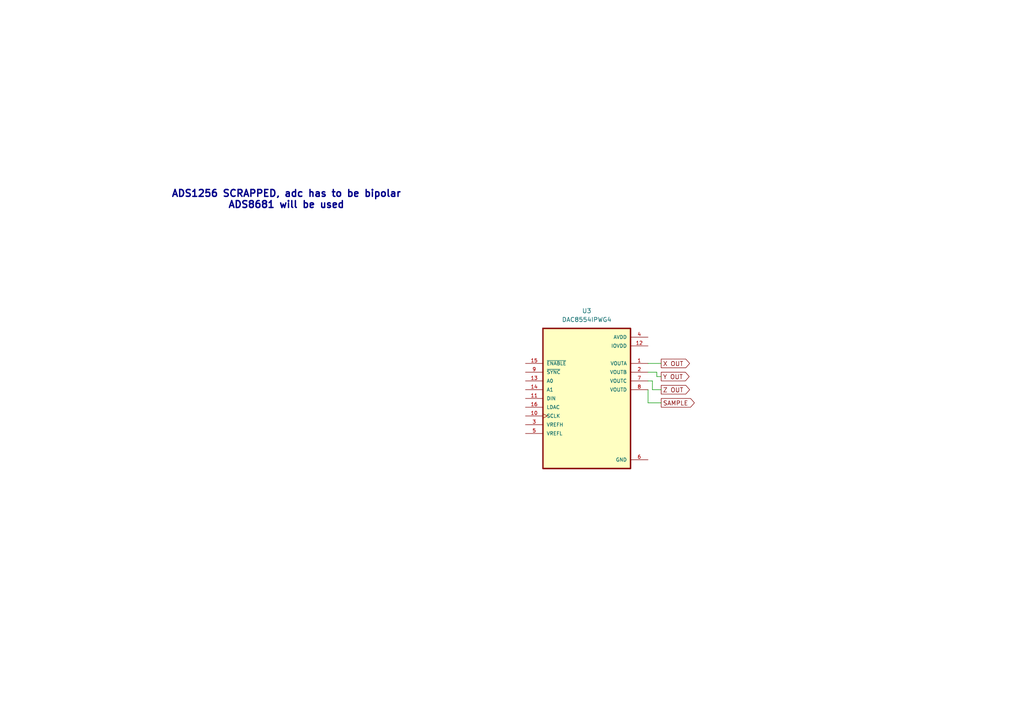
<source format=kicad_sch>
(kicad_sch
	(version 20250114)
	(generator "eeschema")
	(generator_version "9.0")
	(uuid "994906d1-011b-4420-8ea4-f4048e1272b9")
	(paper "A4")
	(lib_symbols
		(symbol "DAC8554IPWG4:DAC8554IPWG4"
			(pin_names
				(offset 1.016)
			)
			(exclude_from_sim no)
			(in_bom yes)
			(on_board yes)
			(property "Reference" "U"
				(at -12.7 21.32 0)
				(effects
					(font
						(size 1.27 1.27)
					)
					(justify left bottom)
				)
			)
			(property "Value" "DAC8554IPWG4"
				(at -12.7 -24.32 0)
				(effects
					(font
						(size 1.27 1.27)
					)
					(justify left bottom)
				)
			)
			(property "Footprint" "DAC8554IPWG4:SOP65P640X120-16N"
				(at 0 0 0)
				(effects
					(font
						(size 1.27 1.27)
					)
					(justify bottom)
					(hide yes)
				)
			)
			(property "Datasheet" ""
				(at 0 0 0)
				(effects
					(font
						(size 1.27 1.27)
					)
					(hide yes)
				)
			)
			(property "Description" ""
				(at 0 0 0)
				(effects
					(font
						(size 1.27 1.27)
					)
					(hide yes)
				)
			)
			(property "MF" "Texas Instruments"
				(at 0 0 0)
				(effects
					(font
						(size 1.27 1.27)
					)
					(justify bottom)
					(hide yes)
				)
			)
			(property "Description_1" "\n                        \n                            16-Bit, Quad Channel, Ultralow Glitch, Voltage Output Digital To Analog Converter 16-TSSOP -40 to 105\n                        \n"
				(at 0 0 0)
				(effects
					(font
						(size 1.27 1.27)
					)
					(justify bottom)
					(hide yes)
				)
			)
			(property "Package" "TSSOP-16 Texas Instruments"
				(at 0 0 0)
				(effects
					(font
						(size 1.27 1.27)
					)
					(justify bottom)
					(hide yes)
				)
			)
			(property "Price" "None"
				(at 0 0 0)
				(effects
					(font
						(size 1.27 1.27)
					)
					(justify bottom)
					(hide yes)
				)
			)
			(property "SnapEDA_Link" "https://www.snapeda.com/parts/DAC8554IPWG4/Texas+Instruments/view-part/?ref=snap"
				(at 0 0 0)
				(effects
					(font
						(size 1.27 1.27)
					)
					(justify bottom)
					(hide yes)
				)
			)
			(property "MP" "DAC8554IPWG4"
				(at 0 0 0)
				(effects
					(font
						(size 1.27 1.27)
					)
					(justify bottom)
					(hide yes)
				)
			)
			(property "Availability" "In Stock"
				(at 0 0 0)
				(effects
					(font
						(size 1.27 1.27)
					)
					(justify bottom)
					(hide yes)
				)
			)
			(property "Check_prices" "https://www.snapeda.com/parts/DAC8554IPWG4/Texas+Instruments/view-part/?ref=eda"
				(at 0 0 0)
				(effects
					(font
						(size 1.27 1.27)
					)
					(justify bottom)
					(hide yes)
				)
			)
			(symbol "DAC8554IPWG4_0_0"
				(rectangle
					(start -12.7 -20.32)
					(end 12.7 20.32)
					(stroke
						(width 0.41)
						(type default)
					)
					(fill
						(type background)
					)
				)
				(pin input line
					(at -17.78 10.16 0)
					(length 5.08)
					(name "~{ENABLE}"
						(effects
							(font
								(size 1.016 1.016)
							)
						)
					)
					(number "15"
						(effects
							(font
								(size 1.016 1.016)
							)
						)
					)
				)
				(pin input line
					(at -17.78 7.62 0)
					(length 5.08)
					(name "~{SYNC}"
						(effects
							(font
								(size 1.016 1.016)
							)
						)
					)
					(number "9"
						(effects
							(font
								(size 1.016 1.016)
							)
						)
					)
				)
				(pin input line
					(at -17.78 5.08 0)
					(length 5.08)
					(name "A0"
						(effects
							(font
								(size 1.016 1.016)
							)
						)
					)
					(number "13"
						(effects
							(font
								(size 1.016 1.016)
							)
						)
					)
				)
				(pin input line
					(at -17.78 2.54 0)
					(length 5.08)
					(name "A1"
						(effects
							(font
								(size 1.016 1.016)
							)
						)
					)
					(number "14"
						(effects
							(font
								(size 1.016 1.016)
							)
						)
					)
				)
				(pin input line
					(at -17.78 0 0)
					(length 5.08)
					(name "DIN"
						(effects
							(font
								(size 1.016 1.016)
							)
						)
					)
					(number "11"
						(effects
							(font
								(size 1.016 1.016)
							)
						)
					)
				)
				(pin input line
					(at -17.78 -2.54 0)
					(length 5.08)
					(name "LDAC"
						(effects
							(font
								(size 1.016 1.016)
							)
						)
					)
					(number "16"
						(effects
							(font
								(size 1.016 1.016)
							)
						)
					)
				)
				(pin input clock
					(at -17.78 -5.08 0)
					(length 5.08)
					(name "SCLK"
						(effects
							(font
								(size 1.016 1.016)
							)
						)
					)
					(number "10"
						(effects
							(font
								(size 1.016 1.016)
							)
						)
					)
				)
				(pin input line
					(at -17.78 -7.62 0)
					(length 5.08)
					(name "VREFH"
						(effects
							(font
								(size 1.016 1.016)
							)
						)
					)
					(number "3"
						(effects
							(font
								(size 1.016 1.016)
							)
						)
					)
				)
				(pin input line
					(at -17.78 -10.16 0)
					(length 5.08)
					(name "VREFL"
						(effects
							(font
								(size 1.016 1.016)
							)
						)
					)
					(number "5"
						(effects
							(font
								(size 1.016 1.016)
							)
						)
					)
				)
				(pin power_in line
					(at 17.78 17.78 180)
					(length 5.08)
					(name "AVDD"
						(effects
							(font
								(size 1.016 1.016)
							)
						)
					)
					(number "4"
						(effects
							(font
								(size 1.016 1.016)
							)
						)
					)
				)
				(pin power_in line
					(at 17.78 15.24 180)
					(length 5.08)
					(name "IOVDD"
						(effects
							(font
								(size 1.016 1.016)
							)
						)
					)
					(number "12"
						(effects
							(font
								(size 1.016 1.016)
							)
						)
					)
				)
				(pin output line
					(at 17.78 10.16 180)
					(length 5.08)
					(name "VOUTA"
						(effects
							(font
								(size 1.016 1.016)
							)
						)
					)
					(number "1"
						(effects
							(font
								(size 1.016 1.016)
							)
						)
					)
				)
				(pin output line
					(at 17.78 7.62 180)
					(length 5.08)
					(name "VOUTB"
						(effects
							(font
								(size 1.016 1.016)
							)
						)
					)
					(number "2"
						(effects
							(font
								(size 1.016 1.016)
							)
						)
					)
				)
				(pin output line
					(at 17.78 5.08 180)
					(length 5.08)
					(name "VOUTC"
						(effects
							(font
								(size 1.016 1.016)
							)
						)
					)
					(number "7"
						(effects
							(font
								(size 1.016 1.016)
							)
						)
					)
				)
				(pin output line
					(at 17.78 2.54 180)
					(length 5.08)
					(name "VOUTD"
						(effects
							(font
								(size 1.016 1.016)
							)
						)
					)
					(number "8"
						(effects
							(font
								(size 1.016 1.016)
							)
						)
					)
				)
				(pin power_in line
					(at 17.78 -17.78 180)
					(length 5.08)
					(name "GND"
						(effects
							(font
								(size 1.016 1.016)
							)
						)
					)
					(number "6"
						(effects
							(font
								(size 1.016 1.016)
							)
						)
					)
				)
			)
			(embedded_fonts no)
		)
	)
	(text "ADS1256 SCRAPPED, adc has to be bipolar\nADS8681 will be used\n"
		(exclude_from_sim no)
		(at 83.058 57.912 0)
		(effects
			(font
				(size 2 2)
				(thickness 0.4)
				(bold yes)
				(color 0 0 132 1)
			)
		)
		(uuid "aa85ac36-adbd-4495-b490-abb6c53c3dba")
	)
	(wire
		(pts
			(xy 190.5 107.95) (xy 187.96 107.95)
		)
		(stroke
			(width 0)
			(type default)
		)
		(uuid "1cf6a73c-6cf2-43a7-825d-6c2a34bc3d97")
	)
	(wire
		(pts
			(xy 189.23 110.49) (xy 187.96 110.49)
		)
		(stroke
			(width 0)
			(type default)
		)
		(uuid "771da516-9560-42a1-ba7a-cd496ee724d8")
	)
	(wire
		(pts
			(xy 190.5 109.22) (xy 190.5 107.95)
		)
		(stroke
			(width 0)
			(type default)
		)
		(uuid "98d43bde-d9bb-4bcc-8a99-ec1317b92778")
	)
	(wire
		(pts
			(xy 191.77 113.03) (xy 189.23 113.03)
		)
		(stroke
			(width 0)
			(type default)
		)
		(uuid "a3eface6-dbc2-4d96-ab2e-d095fbfe59e4")
	)
	(wire
		(pts
			(xy 191.77 109.22) (xy 190.5 109.22)
		)
		(stroke
			(width 0)
			(type default)
		)
		(uuid "b3f05f4f-7102-45ed-a21f-de9ebb3eb017")
	)
	(wire
		(pts
			(xy 189.23 113.03) (xy 189.23 110.49)
		)
		(stroke
			(width 0)
			(type default)
		)
		(uuid "b4d5eeec-ba03-4a3d-91e3-11379d3e9f9a")
	)
	(wire
		(pts
			(xy 187.96 116.84) (xy 191.77 116.84)
		)
		(stroke
			(width 0)
			(type default)
		)
		(uuid "c39096b0-544b-47e5-abdd-358b74d33779")
	)
	(wire
		(pts
			(xy 187.96 116.84) (xy 187.96 113.03)
		)
		(stroke
			(width 0)
			(type default)
		)
		(uuid "c57b1d40-1e90-41f2-9de5-e24778108581")
	)
	(wire
		(pts
			(xy 187.96 105.41) (xy 191.77 105.41)
		)
		(stroke
			(width 0)
			(type default)
		)
		(uuid "fa36c270-98d8-430f-87ac-c4fd2ed15e80")
	)
	(global_label "X OUT"
		(shape output)
		(at 191.77 105.41 0)
		(fields_autoplaced yes)
		(effects
			(font
				(size 1.27 1.27)
			)
			(justify left)
		)
		(uuid "188241b9-8ea1-4233-982b-6c4ce48b5070")
		(property "Intersheetrefs" "${INTERSHEET_REFS}"
			(at 200.5609 105.41 0)
			(effects
				(font
					(size 1.27 1.27)
				)
				(justify left)
				(hide yes)
			)
		)
	)
	(global_label "SAMPLE"
		(shape output)
		(at 191.77 116.84 0)
		(fields_autoplaced yes)
		(effects
			(font
				(size 1.27 1.27)
			)
			(justify left)
		)
		(uuid "3ad6831b-9bc8-424a-9348-cd3b90ae21b0")
		(property "Intersheetrefs" "${INTERSHEET_REFS}"
			(at 201.9518 116.84 0)
			(effects
				(font
					(size 1.27 1.27)
				)
				(justify left)
				(hide yes)
			)
		)
	)
	(global_label "Y OUT"
		(shape output)
		(at 191.77 109.22 0)
		(fields_autoplaced yes)
		(effects
			(font
				(size 1.27 1.27)
			)
			(justify left)
		)
		(uuid "9befea10-e044-42df-aaf4-b7ef201f9c66")
		(property "Intersheetrefs" "${INTERSHEET_REFS}"
			(at 200.44 109.22 0)
			(effects
				(font
					(size 1.27 1.27)
				)
				(justify left)
				(hide yes)
			)
		)
	)
	(global_label "Z OUT"
		(shape output)
		(at 191.77 113.03 0)
		(fields_autoplaced yes)
		(effects
			(font
				(size 1.27 1.27)
			)
			(justify left)
		)
		(uuid "b39a4d34-c663-4c34-9e06-0761631f0091")
		(property "Intersheetrefs" "${INTERSHEET_REFS}"
			(at 200.5609 113.03 0)
			(effects
				(font
					(size 1.27 1.27)
				)
				(justify left)
				(hide yes)
			)
		)
	)
	(symbol
		(lib_id "DAC8554IPWG4:DAC8554IPWG4")
		(at 170.18 115.57 0)
		(unit 1)
		(exclude_from_sim no)
		(in_bom yes)
		(on_board yes)
		(dnp no)
		(fields_autoplaced yes)
		(uuid "83320f66-7059-4fe7-8dcf-daf82e3bbc3d")
		(property "Reference" "U3"
			(at 170.18 90.17 0)
			(effects
				(font
					(size 1.27 1.27)
				)
			)
		)
		(property "Value" "DAC8554IPWG4"
			(at 170.18 92.71 0)
			(effects
				(font
					(size 1.27 1.27)
				)
			)
		)
		(property "Footprint" "DAC8554IPWG4:SOP65P640X120-16N"
			(at 170.18 115.57 0)
			(effects
				(font
					(size 1.27 1.27)
				)
				(justify bottom)
				(hide yes)
			)
		)
		(property "Datasheet" ""
			(at 170.18 115.57 0)
			(effects
				(font
					(size 1.27 1.27)
				)
				(hide yes)
			)
		)
		(property "Description" ""
			(at 170.18 115.57 0)
			(effects
				(font
					(size 1.27 1.27)
				)
				(hide yes)
			)
		)
		(property "MF" "Texas Instruments"
			(at 170.18 115.57 0)
			(effects
				(font
					(size 1.27 1.27)
				)
				(justify bottom)
				(hide yes)
			)
		)
		(property "Description_1" "\n                        \n                            16-Bit, Quad Channel, Ultralow Glitch, Voltage Output Digital To Analog Converter 16-TSSOP -40 to 105\n                        \n"
			(at 170.18 115.57 0)
			(effects
				(font
					(size 1.27 1.27)
				)
				(justify bottom)
				(hide yes)
			)
		)
		(property "Package" "TSSOP-16 Texas Instruments"
			(at 170.18 115.57 0)
			(effects
				(font
					(size 1.27 1.27)
				)
				(justify bottom)
				(hide yes)
			)
		)
		(property "Price" "None"
			(at 170.18 115.57 0)
			(effects
				(font
					(size 1.27 1.27)
				)
				(justify bottom)
				(hide yes)
			)
		)
		(property "SnapEDA_Link" "https://www.snapeda.com/parts/DAC8554IPWG4/Texas+Instruments/view-part/?ref=snap"
			(at 170.18 115.57 0)
			(effects
				(font
					(size 1.27 1.27)
				)
				(justify bottom)
				(hide yes)
			)
		)
		(property "MP" "DAC8554IPWG4"
			(at 170.18 115.57 0)
			(effects
				(font
					(size 1.27 1.27)
				)
				(justify bottom)
				(hide yes)
			)
		)
		(property "Availability" "In Stock"
			(at 170.18 115.57 0)
			(effects
				(font
					(size 1.27 1.27)
				)
				(justify bottom)
				(hide yes)
			)
		)
		(property "Check_prices" "https://www.snapeda.com/parts/DAC8554IPWG4/Texas+Instruments/view-part/?ref=eda"
			(at 170.18 115.57 0)
			(effects
				(font
					(size 1.27 1.27)
				)
				(justify bottom)
				(hide yes)
			)
		)
		(pin "11"
			(uuid "045c8a6c-e18f-43ce-84c1-387309d78cf8")
		)
		(pin "15"
			(uuid "f1fb71b8-5287-45a1-9f7d-913518d499a0")
		)
		(pin "12"
			(uuid "238726d5-5a0e-46bf-8224-8ef97a9ffd38")
		)
		(pin "6"
			(uuid "4e691e42-010b-4439-a7cb-e5360117da96")
		)
		(pin "1"
			(uuid "e68f1952-1760-402f-a7a9-4123ceafb967")
		)
		(pin "7"
			(uuid "e8dbfb0d-3b0b-4126-a569-9a5475f577d6")
		)
		(pin "5"
			(uuid "e5fd002a-43bc-4e6e-9912-a1a9c494020a")
		)
		(pin "9"
			(uuid "be8169e0-8903-4ec1-ad79-f3575b2df435")
		)
		(pin "13"
			(uuid "44740752-c70a-4965-bff4-ac9ef64cf245")
		)
		(pin "4"
			(uuid "276df474-1b08-4780-b640-ec8693198df0")
		)
		(pin "2"
			(uuid "a1e1c1c2-1047-46dc-bd36-6f38526cbcdd")
		)
		(pin "10"
			(uuid "360262da-f19f-468b-97bc-be39405f3a8e")
		)
		(pin "16"
			(uuid "cfd687a7-528c-4baf-a042-4c4c737da890")
		)
		(pin "3"
			(uuid "e38d9d25-5eca-4878-aa77-6bba9071c331")
		)
		(pin "8"
			(uuid "30a074c9-e10b-4672-acd0-c6725991bbd9")
		)
		(pin "14"
			(uuid "ae08bdce-2c88-43c3-a072-ace4e73c8bd2")
		)
		(instances
			(project "STM_MINE"
				(path "/7a87ba11-f710-490a-8ac5-b38f48ac0e95/023e6d90-05ea-49cc-b185-b5e4f4b03030"
					(reference "U3")
					(unit 1)
				)
			)
		)
	)
)

</source>
